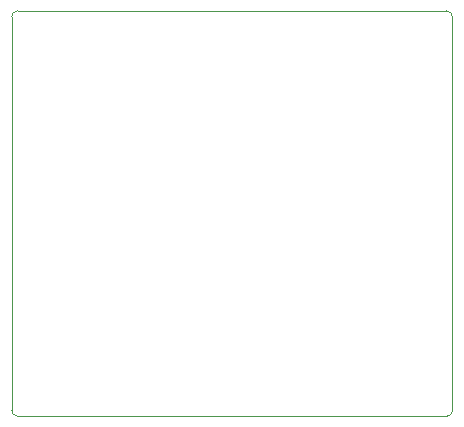
<source format=gbr>
%TF.GenerationSoftware,KiCad,Pcbnew,7.0.1*%
%TF.CreationDate,2023-04-18T18:42:20-04:00*%
%TF.ProjectId,circuit_protection,63697263-7569-4745-9f70-726f74656374,V2*%
%TF.SameCoordinates,PX7045748PY52104d0*%
%TF.FileFunction,Profile,NP*%
%FSLAX46Y46*%
G04 Gerber Fmt 4.6, Leading zero omitted, Abs format (unit mm)*
G04 Created by KiCad (PCBNEW 7.0.1) date 2023-04-18 18:42:20*
%MOMM*%
%LPD*%
G01*
G04 APERTURE LIST*
%TA.AperFunction,Profile*%
%ADD10C,0.100000*%
%TD*%
G04 APERTURE END LIST*
D10*
X1000000Y-34825000D02*
G75*
G03*
X1500000Y-35325000I500000J0D01*
G01*
X37825000Y-35325000D02*
G75*
G03*
X38325000Y-34825000I0J500000D01*
G01*
X1500000Y-1000000D02*
G75*
G03*
X1000000Y-1500000I0J-500000D01*
G01*
X38325000Y-1500000D02*
G75*
G03*
X37825000Y-1000000I-500000J0D01*
G01*
X38325000Y-34825000D02*
X38325000Y-1500000D01*
X1500000Y-35325000D02*
X37825000Y-35325000D01*
X1000000Y-1500000D02*
X1000000Y-34825000D01*
X37825000Y-1000000D02*
X1500000Y-1000000D01*
M02*

</source>
